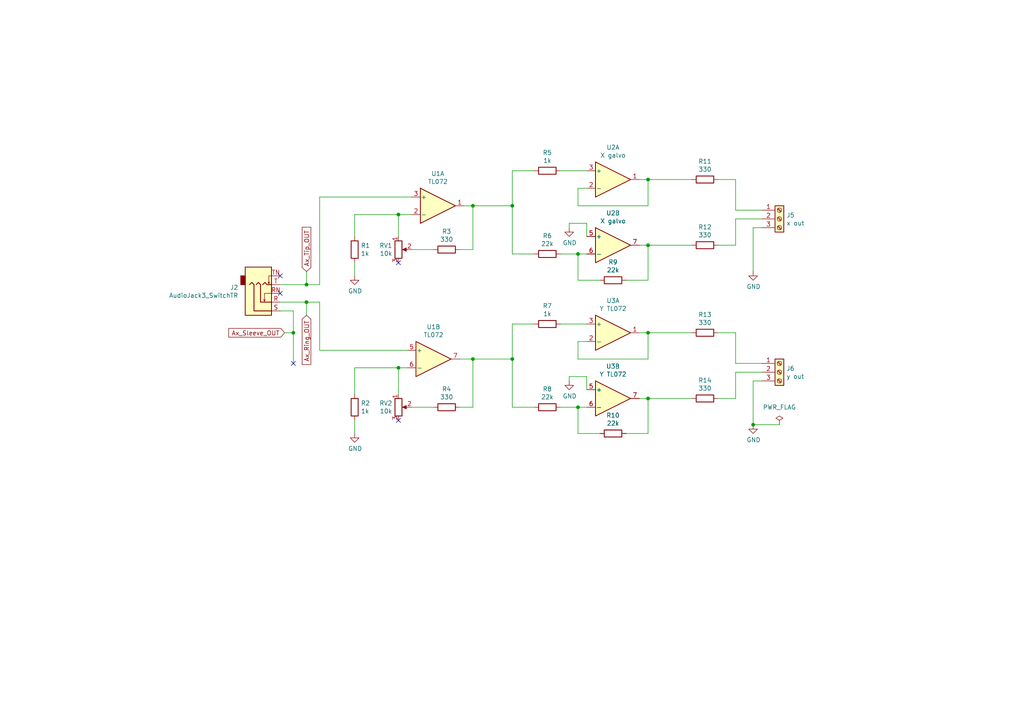
<source format=kicad_sch>
(kicad_sch (version 20231120) (generator "eeschema") (generator_version "8.0")
  (paper "A4")
  (title_block (title "TL072"))
  (lib_symbols
    (symbol "Amplifier_Operational:TL072" (pin_names (offset 0.127))
      (property "Reference" "U" (at 0 5.08 0))
      (property "Value" "TL072" (at 0 -5.08 0))
      (symbol "TL072_1_1"
        (polyline (pts (xy -5.08 5.08) (xy 5.08 0) (xy -5.08 -5.08) (xy -5.08 5.08)) (stroke (width 0.254)) (fill (type background)))
        (pin output line (at 7.62 0 180) (length 2.54) (name "~") (number "1"))
        (pin input line (at -7.62 -2.54 0) (length 2.54) (name "-") (number "2"))
        (pin input line (at -7.62 2.54 0) (length 2.54) (name "+") (number "3"))
      )
      (symbol "TL072_2_1"
        (polyline (pts (xy -5.08 5.08) (xy 5.08 0) (xy -5.08 -5.08) (xy -5.08 5.08)) (stroke (width 0.254)) (fill (type background)))
        (pin input line (at -7.62 2.54 0) (length 2.54) (name "+") (number "5"))
        (pin input line (at -7.62 -2.54 0) (length 2.54) (name "-") (number "6"))
        (pin output line (at 7.62 0 180) (length 2.54) (name "~") (number "7"))
      )
      (symbol "TL072_3_1"
        (pin power_in line (at -2.54 -7.62 90) (length 3.81) (name "V-") (number "4"))
        (pin power_in line (at -2.54 7.62 270) (length 3.81) (name "V+") (number "8"))
      )
    )
    (symbol "AxolotiLaser-rescue:AudioJack3_SwitchTR-Connector"
      (property "Reference" "J" (at 0 8.89 0))
      (property "Value" "Connector_AudioJack3_SwitchTR" (at 0 6.35 0))
      (symbol "AudioJack3_SwitchTR-Connector_0_1"
        (rectangle (start -5.08 -5.08) (end -6.35 -7.62) (stroke (width 0.254)) (fill (type outline)))
        (polyline (pts (xy 0.508 -0.254) (xy 0.762 -0.762)))
        (polyline (pts (xy 1.778 -5.334) (xy 2.032 -5.842)))
        (polyline (pts (xy 0 -5.08) (xy 0.635 -5.715) (xy 1.27 -5.08) (xy 2.54 -5.08)) (stroke (width 0.254)))
        (polyline (pts (xy 2.54 -7.62) (xy 1.778 -7.62) (xy 1.778 -5.334) (xy 1.524 -5.842)))
        (polyline (pts (xy 2.54 -2.54) (xy 0.508 -2.54) (xy 0.508 -0.254) (xy 0.254 -0.762)))
        (polyline (pts (xy -1.905 -5.08) (xy -1.27 -5.715) (xy -0.635 -5.08) (xy -0.635 0) (xy 2.54 0)) (stroke (width 0.254)))
        (polyline (pts (xy 2.54 2.54) (xy -2.54 2.54) (xy -2.54 -5.08) (xy -3.175 -5.715) (xy -3.81 -5.08)) (stroke (width 0.254)))
        (rectangle (start 2.54 3.81) (end -5.08 -10.16) (stroke (width 0.254)) (fill (type background)))
      )
      (symbol "AudioJack3_SwitchTR-Connector_1_1"
        (pin passive line (at 5.08 0 180) (length 2.54) (name "~") (number "R"))
        (pin passive line (at 5.08 -2.54 180) (length 2.54) (name "~") (number "RN"))
        (pin passive line (at 5.08 2.54 180) (length 2.54) (name "~") (number "S"))
        (pin passive line (at 5.08 -5.08 180) (length 2.54) (name "~") (number "T"))
        (pin passive line (at 5.08 -7.62 180) (length 2.54) (name "~") (number "TN"))
      )
    )
    (symbol "AxolotiLaser-rescue:GND-power" (power) (pin_names (offset 0))
      (property "Value" "power_GND" (at 0 -3.81 0))
      (symbol "GND-power_0_1"
        (polyline (pts (xy 0 0) (xy 0 -1.27) (xy 1.27 -1.27) (xy 0 -2.54) (xy -1.27 -1.27) (xy 0 -1.27)))
      )
      (symbol "GND-power_1_1"
        (pin power_in line (at 0 0 270) (length 0) hide (name "GND") (number "1"))
      )
    )
    (symbol "AxolotiLaser-rescue:R_POT-Device" (pin_names (offset 1.016) hide)
      (property "Reference" "RV" (at -4.445 0 90))
      (property "Value" "Device_R_POT" (at -2.54 0 90))
      (symbol "R_POT-Device_0_1"
        (polyline (pts (xy 2.54 0) (xy 1.524 0)))
        (polyline (pts (xy 1.143 0) (xy 2.286 0.508) (xy 2.286 -0.508) (xy 1.143 0)) (fill (type outline)))
        (rectangle (start 1.016 2.54) (end -1.016 -2.54) (stroke (width 0.254)))
      )
      (symbol "R_POT-Device_1_1"
        (pin passive line (at 0 3.81 270) (length 1.27) (name "1") (number "1"))
        (pin passive line (at 3.81 0 180) (length 1.27) (name "2") (number "2"))
        (pin passive line (at 0 -3.81 90) (length 1.27) (name "3") (number "3"))
      )
    )
    (symbol "Connector:Screw_Terminal_01x03" (pin_names (offset 1.016) hide)
      (property "Reference" "J" (at 0 5.08 0))
      (property "Value" "Screw_Terminal_01x03" (at 0 -5.08 0))
      (symbol "Screw_Terminal_01x03_1_1"
        (rectangle (start -1.27 3.81) (end 1.27 -3.81) (stroke (width 0.254)) (fill (type background)))
        (circle (center 0 -2.54) (radius 0.635) (stroke (width 0.1524)))
        (polyline (pts (xy -0.5334 -2.2098) (xy 0.3302 -3.048)) (stroke (width 0.1524)))
        (polyline (pts (xy -0.5334 0.3302) (xy 0.3302 -0.508)) (stroke (width 0.1524)))
        (polyline (pts (xy -0.5334 2.8702) (xy 0.3302 2.032)) (stroke (width 0.1524)))
        (polyline (pts (xy -0.3556 -2.032) (xy 0.508 -2.8702)) (stroke (width 0.1524)))
        (polyline (pts (xy -0.3556 0.508) (xy 0.508 -0.3302)) (stroke (width 0.1524)))
        (polyline (pts (xy -0.3556 3.048) (xy 0.508 2.2098)) (stroke (width 0.1524)))
        (circle (center 0 0) (radius 0.635) (stroke (width 0.1524)))
        (circle (center 0 2.54) (radius 0.635) (stroke (width 0.1524)))
        (pin passive line (at -5.08 2.54 0) (length 3.81) (name "Pin_1") (number "1"))
        (pin passive line (at -5.08 0 0) (length 3.81) (name "Pin_2") (number "2"))
        (pin passive line (at -5.08 -2.54 0) (length 3.81) (name "Pin_3") (number "3"))
      )
    )
    (symbol "Device:R" (pin_numbers hide) (pin_names (offset 0))
      (property "Reference" "R" (at 2.032 0 90))
      (property "Value" "R" (at 0 0 90))
      (symbol "R_0_1"
        (rectangle (start -1.016 -2.54) (end 1.016 2.54) (stroke (width 0.254)))
      )
      (symbol "R_1_1"
        (pin passive line (at 0 3.81 270) (length 1.27) (name "~") (number "1"))
        (pin passive line (at 0 -3.81 90) (length 1.27) (name "~") (number "2"))
      )
    )
    (symbol "power:PWR_FLAG" (power) (pin_numbers hide) (pin_names (offset 0) hide)
      (property "Value" "PWR_FLAG" (at 0 3.81 0))
      (symbol "PWR_FLAG_0_0"
        (pin power_out line (at 0 0 90) (length 0) (name "~") (number "1"))
      )
      (symbol "PWR_FLAG_0_1"
        (polyline (pts (xy 0 0) (xy 0 1.27) (xy -1.016 1.905) (xy 0 2.54) (xy 1.016 1.905) (xy 0 1.27)))
      )
    )
  )
  (junction (at 187.96 96.52))
  (junction (at 88.9 82.55))
  (junction (at 187.96 52.07))
  (junction (at 88.9 87.63))
  (junction (at 218.44 123.19))
  (junction (at 137.16 104.14))
  (junction (at 148.59 104.14))
  (junction (at 85.09 96.52))
  (junction (at 187.96 115.57))
  (junction (at 115.57 106.68))
  (junction (at 187.96 71.12))
  (junction (at 148.59 59.69))
  (junction (at 115.57 62.23))
  (junction (at 167.64 118.11))
  (junction (at 137.16 59.69))
  (junction (at 167.64 73.66))
  (no_connect (at 81.28 85.09))
  (no_connect (at 115.57 76.2))
  (no_connect (at 115.57 121.92))
  (no_connect (at 81.28 80.01))
  (no_connect (at 85.09 105.41))
  (wire (pts (xy 115.57 62.23) (xy 102.87 62.23)))
  (wire (pts (xy 81.28 90.17) (xy 85.09 90.17)))
  (wire (pts (xy 167.64 54.61) (xy 167.64 59.69)))
  (wire (pts (xy 137.16 59.69) (xy 137.16 72.39)))
  (wire (pts (xy 208.28 71.12) (xy 213.36 71.12)))
  (wire (pts (xy 167.64 118.11) (xy 170.18 118.11)))
  (wire (pts (xy 148.59 49.53) (xy 154.94 49.53)))
  (wire (pts (xy 187.96 71.12) (xy 200.66 71.12)))
  (wire (pts (xy 148.59 93.98) (xy 154.94 93.98)))
  (wire (pts (xy 167.64 99.06) (xy 167.64 104.14)))
  (wire (pts (xy 170.18 68.58) (xy 170.18 64.77)))
  (wire (pts (xy 137.16 59.69) (xy 134.62 59.69)))
  (wire (pts (xy 137.16 59.69) (xy 148.59 59.69)))
  (wire (pts (xy 213.36 105.41) (xy 220.98 105.41)))
  (wire (pts (xy 170.18 109.22) (xy 165.1 109.22)))
  (wire (pts (xy 165.1 64.77) (xy 165.1 66.04)))
  (wire (pts (xy 187.96 125.73) (xy 187.96 115.57)))
  (wire (pts (xy 85.09 90.17) (xy 85.09 96.52)))
  (wire (pts (xy 208.28 52.07) (xy 213.36 52.07)))
  (wire (pts (xy 88.9 82.55) (xy 92.71 82.55)))
  (wire (pts (xy 187.96 71.12) (xy 185.42 71.12)))
  (wire (pts (xy 102.87 76.2) (xy 102.87 80.01)))
  (wire (pts (xy 88.9 91.44) (xy 88.9 87.63)))
  (wire (pts (xy 181.61 81.28) (xy 187.96 81.28)))
  (wire (pts (xy 133.35 72.39) (xy 137.16 72.39)))
  (wire (pts (xy 115.57 62.23) (xy 119.38 62.23)))
  (wire (pts (xy 133.35 118.11) (xy 137.16 118.11)))
  (wire (pts (xy 213.36 71.12) (xy 213.36 63.5)))
  (wire (pts (xy 102.87 121.92) (xy 102.87 125.73)))
  (wire (pts (xy 162.56 118.11) (xy 167.64 118.11)))
  (wire (pts (xy 162.56 49.53) (xy 170.18 49.53)))
  (wire (pts (xy 187.96 96.52) (xy 200.66 96.52)))
  (wire (pts (xy 187.96 81.28) (xy 187.96 71.12)))
  (wire (pts (xy 82.55 96.52) (xy 85.09 96.52)))
  (wire (pts (xy 92.71 57.15) (xy 119.38 57.15)))
  (wire (pts (xy 218.44 66.04) (xy 218.44 78.74)))
  (wire (pts (xy 208.28 115.57) (xy 213.36 115.57)))
  (wire (pts (xy 118.11 106.68) (xy 115.57 106.68)))
  (wire (pts (xy 115.57 106.68) (xy 102.87 106.68)))
  (wire (pts (xy 167.64 73.66) (xy 167.64 81.28)))
  (wire (pts (xy 213.36 96.52) (xy 213.36 105.41)))
  (wire (pts (xy 92.71 101.6) (xy 118.11 101.6)))
  (wire (pts (xy 81.28 87.63) (xy 88.9 87.63)))
  (wire (pts (xy 167.64 104.14) (xy 187.96 104.14)))
  (wire (pts (xy 167.64 125.73) (xy 173.99 125.73)))
  (wire (pts (xy 185.42 96.52) (xy 187.96 96.52)))
  (wire (pts (xy 170.18 99.06) (xy 167.64 99.06)))
  (wire (pts (xy 148.59 59.69) (xy 148.59 49.53)))
  (wire (pts (xy 88.9 87.63) (xy 92.71 87.63)))
  (wire (pts (xy 115.57 62.23) (xy 115.57 68.58)))
  (wire (pts (xy 213.36 60.96) (xy 220.98 60.96)))
  (wire (pts (xy 187.96 59.69) (xy 187.96 52.07)))
  (wire (pts (xy 187.96 115.57) (xy 185.42 115.57)))
  (wire (pts (xy 137.16 118.11) (xy 137.16 104.14)))
  (wire (pts (xy 81.28 82.55) (xy 88.9 82.55)))
  (wire (pts (xy 213.36 63.5) (xy 220.98 63.5)))
  (wire (pts (xy 226.06 123.19) (xy 218.44 123.19)))
  (wire (pts (xy 102.87 106.68) (xy 102.87 114.3)))
  (wire (pts (xy 220.98 110.49) (xy 218.44 110.49)))
  (wire (pts (xy 181.61 125.73) (xy 187.96 125.73)))
  (wire (pts (xy 148.59 73.66) (xy 154.94 73.66)))
  (wire (pts (xy 187.96 52.07) (xy 200.66 52.07)))
  (wire (pts (xy 92.71 82.55) (xy 92.71 57.15)))
  (wire (pts (xy 167.64 118.11) (xy 167.64 125.73)))
  (wire (pts (xy 218.44 110.49) (xy 218.44 123.19)))
  (wire (pts (xy 102.87 62.23) (xy 102.87 68.58)))
  (wire (pts (xy 170.18 113.03) (xy 170.18 109.22)))
  (wire (pts (xy 213.36 52.07) (xy 213.36 60.96)))
  (wire (pts (xy 170.18 54.61) (xy 167.64 54.61)))
  (wire (pts (xy 115.57 114.3) (xy 115.57 106.68)))
  (wire (pts (xy 220.98 66.04) (xy 218.44 66.04)))
  (wire (pts (xy 167.64 81.28) (xy 173.99 81.28)))
  (wire (pts (xy 185.42 52.07) (xy 187.96 52.07)))
  (wire (pts (xy 88.9 78.74) (xy 88.9 82.55)))
  (wire (pts (xy 170.18 64.77) (xy 165.1 64.77)))
  (wire (pts (xy 162.56 93.98) (xy 170.18 93.98)))
  (wire (pts (xy 187.96 104.14) (xy 187.96 96.52)))
  (wire (pts (xy 125.73 118.11) (xy 119.38 118.11)))
  (wire (pts (xy 162.56 73.66) (xy 167.64 73.66)))
  (wire (pts (xy 165.1 109.22) (xy 165.1 110.49)))
  (wire (pts (xy 167.64 73.66) (xy 170.18 73.66)))
  (wire (pts (xy 133.35 104.14) (xy 137.16 104.14)))
  (wire (pts (xy 92.71 87.63) (xy 92.71 101.6)))
  (wire (pts (xy 208.28 96.52) (xy 213.36 96.52)))
  (wire (pts (xy 148.59 59.69) (xy 148.59 73.66)))
  (wire (pts (xy 148.59 104.14) (xy 148.59 118.11)))
  (wire (pts (xy 187.96 115.57) (xy 200.66 115.57)))
  (wire (pts (xy 167.64 59.69) (xy 187.96 59.69)))
  (wire (pts (xy 125.73 72.39) (xy 119.38 72.39)))
  (wire (pts (xy 137.16 104.14) (xy 148.59 104.14)))
  (wire (pts (xy 148.59 118.11) (xy 154.94 118.11)))
  (wire (pts (xy 85.09 96.52) (xy 85.09 105.41)))
  (wire (pts (xy 213.36 107.95) (xy 220.98 107.95)))
  (wire (pts (xy 213.36 115.57) (xy 213.36 107.95)))
  (wire (pts (xy 148.59 104.14) (xy 148.59 93.98)))
  (global_label "Ax_Tip_OUT" (shape input) (at 88.9 78.74 90) (property "Intersheetrefs" "${INTERSHEET_REFS}" (effects (hide yes))))
  (global_label "Ax_Ring_OUT" (shape input) (at 88.9 91.44 270) (property "Intersheetrefs" "${INTERSHEET_REFS}" (effects (hide yes))))
  (global_label "Ax_Sleeve_OUT" (shape input) (at 82.55 96.52 180) (property "Intersheetrefs" "${INTERSHEET_REFS}" (effects (hide yes))))
  (symbol (lib_id "Device:R") (at 204.47 96.52 270) (unit 1)
    (property "Reference" "R13" (at 204.47 91.2622 90))
    (property "Value" "330" (at 204.47 93.5736 90))
    (property "Footprint" "Resistor_SMD:R_0603_1608Metric" (effects (hide yes)))
  )
  (symbol (lib_id "AxolotiLaser-rescue:GND-power") (at 218.44 78.74 0) (unit 1)
    (property "Reference" "#PWR010" (effects (hide yes)))
    (property "Value" "GND" (at 218.567 83.1342 0))
  )
  (symbol (lib_id "Amplifier_Operational:TL072") (at 177.8 115.57 0) (unit 2)
    (property "Reference" "U3" (at 177.8 106.2482 0))
    (property "Value" "Y TL072" (at 177.8 108.5596 0))
    (property "Footprint" "Package_SO:SOIC-8_3.9x4.9mm_P1.27mm" (effects (hide yes)))
    (property "Datasheet" "http://www.ti.com/lit/ds/symlink/tl071.pdf" (effects (hide yes)))
  )
  (symbol (lib_id "Connector:Screw_Terminal_01x03") (at 226.06 63.5 0) (unit 1)
    (property "Reference" "J5" (at 228.092 62.4332 0) (effects (justify left)))
    (property "Value" "x out" (at 228.092 64.7446 0) (effects (justify left)))
    (property "Footprint" "Connector_Molex:Molex_KK-254_AE-6410-03A_1x03_P2.54mm_Vertical" (effects (hide yes)))
  )
  (symbol (lib_id "AxolotiLaser-rescue:GND-power") (at 102.87 125.73 0) (unit 1)
    (property "Reference" "#PWR07" (effects (hide yes)))
    (property "Value" "GND" (at 102.997 130.1242 0))
  )
  (symbol (lib_id "Amplifier_Operational:TL072") (at 177.8 71.12 0) (unit 2)
    (property "Reference" "U2" (at 177.8 61.7982 0))
    (property "Value" "X galvo" (at 177.8 64.1096 0))
    (property "Footprint" "Package_SO:SOIC-8_3.9x4.9mm_P1.27mm" (effects (hide yes)))
    (property "Datasheet" "http://www.ti.com/lit/ds/symlink/tl071.pdf" (effects (hide yes)))
  )
  (symbol (lib_id "Device:R") (at 158.75 118.11 270) (unit 1)
    (property "Reference" "R8" (at 158.75 112.8522 90))
    (property "Value" "22k" (at 158.75 115.1636 90))
    (property "Footprint" "Resistor_SMD:R_0603_1608Metric" (effects (hide yes)))
  )
  (symbol (lib_id "Device:R") (at 158.75 73.66 270) (unit 1)
    (property "Reference" "R6" (at 158.75 68.4022 90))
    (property "Value" "22k" (at 158.75 70.7136 90))
    (property "Footprint" "Resistor_SMD:R_0603_1608Metric" (effects (hide yes)))
  )
  (symbol (lib_id "Amplifier_Operational:TL072") (at 127 59.69 0) (unit 1)
    (property "Reference" "U1" (at 127 50.3682 0))
    (property "Value" "TL072" (at 127 52.6796 0))
    (property "Footprint" "Package_SO:SOIC-8_3.9x4.9mm_P1.27mm" (effects (hide yes)))
    (property "Datasheet" "http://www.ti.com/lit/ds/symlink/tl071.pdf" (effects (hide yes)))
  )
  (symbol (lib_id "Device:R") (at 102.87 118.11 180) (unit 1)
    (property "Reference" "R2" (at 104.648 116.9416 0) (effects (justify right)))
    (property "Value" "1k" (at 104.648 119.253 0) (effects (justify right)))
    (property "Footprint" "Resistor_SMD:R_0603_1608Metric" (effects (hide yes)))
  )
  (symbol (lib_id "power:PWR_FLAG") (at 226.06 123.19 0) (unit 1)
    (property "Reference" "#FLG03" (effects (hide yes)))
    (property "Value" "PWR_FLAG" (at 226.06 118.11 0))
    (property "Description" "Special symbol for telling ERC where power comes from" (effects (hide yes)))
  )
  (symbol (lib_id "Device:R") (at 177.8 81.28 270) (unit 1)
    (property "Reference" "R9" (at 177.8 76.0222 90))
    (property "Value" "22k" (at 177.8 78.3336 90))
    (property "Footprint" "Resistor_SMD:R_0603_1608Metric" (effects (hide yes)))
  )
  (symbol (lib_id "Device:R") (at 177.8 125.73 270) (unit 1)
    (property "Reference" "R10" (at 177.8 120.4722 90))
    (property "Value" "22k" (at 177.8 122.7836 90))
    (property "Footprint" "Resistor_SMD:R_0603_1608Metric" (effects (hide yes)))
  )
  (symbol (lib_id "AxolotiLaser-rescue:AudioJack3_SwitchTR-Connector") (at 76.2 87.63 0) (mirror x) (unit 1)
    (property "Reference" "J2" (at 69.1134 83.3882 0) (effects (justify right)))
    (property "Value" "AudioJack3_SwitchTR" (at 69.1134 85.6996 0) (effects (justify right)))
    (property "Footprint" "Connector_Audio:Jack_3.5mm_CUI_SJ1-3523N_Horizontal" (effects (hide yes)))
  )
  (symbol (lib_id "Device:R") (at 204.47 71.12 270) (unit 1)
    (property "Reference" "R12" (at 204.47 65.8622 90))
    (property "Value" "330" (at 204.47 68.1736 90))
    (property "Footprint" "Resistor_SMD:R_0603_1608Metric" (effects (hide yes)))
  )
  (symbol (lib_id "Device:R") (at 129.54 72.39 270) (unit 1)
    (property "Reference" "R3" (at 129.54 67.1322 90))
    (property "Value" "330" (at 129.54 69.4436 90))
    (property "Footprint" "Resistor_SMD:R_0603_1608Metric" (effects (hide yes)))
  )
  (symbol (lib_id "Device:R") (at 204.47 115.57 270) (unit 1)
    (property "Reference" "R14" (at 204.47 110.3122 90))
    (property "Value" "330" (at 204.47 112.6236 90))
    (property "Footprint" "Resistor_SMD:R_0603_1608Metric" (effects (hide yes)))
  )
  (symbol (lib_id "AxolotiLaser-rescue:GND-power") (at 102.87 80.01 0) (unit 1)
    (property "Reference" "#PWR06" (effects (hide yes)))
    (property "Value" "GND" (at 102.997 84.4042 0))
  )
  (symbol (lib_id "Device:R") (at 158.75 93.98 270) (unit 1)
    (property "Reference" "R7" (at 158.75 88.7222 90))
    (property "Value" "1k" (at 158.75 91.0336 90))
    (property "Footprint" "Resistor_SMD:R_0603_1608Metric" (effects (hide yes)))
  )
  (symbol (lib_id "AxolotiLaser-rescue:GND-power") (at 218.44 123.19 0) (unit 1)
    (property "Reference" "#PWR011" (effects (hide yes)))
    (property "Value" "GND" (at 218.567 127.5842 0))
  )
  (symbol (lib_id "Connector:Screw_Terminal_01x03") (at 226.06 107.95 0) (unit 1)
    (property "Reference" "J6" (at 228.092 106.8832 0) (effects (justify left)))
    (property "Value" "y out" (at 228.092 109.1946 0) (effects (justify left)))
    (property "Footprint" "Connector_Molex:Molex_KK-254_AE-6410-03A_1x03_P2.54mm_Vertical" (effects (hide yes)))
  )
  (symbol (lib_id "AxolotiLaser-rescue:GND-power") (at 165.1 66.04 0) (unit 1)
    (property "Reference" "#PWR08" (effects (hide yes)))
    (property "Value" "GND" (at 165.227 70.4342 0))
  )
  (symbol (lib_id "Amplifier_Operational:TL072") (at 125.73 104.14 0) (unit 2)
    (property "Reference" "U1" (at 125.73 94.8182 0))
    (property "Value" "TL072" (at 125.73 97.1296 0))
    (property "Footprint" "Package_SO:SOIC-8_3.9x4.9mm_P1.27mm" (effects (hide yes)))
    (property "Datasheet" "http://www.ti.com/lit/ds/symlink/tl071.pdf" (effects (hide yes)))
  )
  (symbol (lib_id "Amplifier_Operational:TL072") (at 177.8 96.52 0) (unit 1)
    (property "Reference" "U3" (at 177.8 87.1982 0))
    (property "Value" "Y TL072" (at 177.8 89.5096 0))
    (property "Footprint" "Package_SO:SOIC-8_3.9x4.9mm_P1.27mm" (effects (hide yes)))
    (property "Datasheet" "http://www.ti.com/lit/ds/symlink/tl071.pdf" (effects (hide yes)))
  )
  (symbol (lib_id "Device:R") (at 204.47 52.07 270) (unit 1)
    (property "Reference" "R11" (at 204.47 46.8122 90))
    (property "Value" "330" (at 204.47 49.1236 90))
    (property "Footprint" "Resistor_SMD:R_0603_1608Metric" (effects (hide yes)))
  )
  (symbol (lib_id "Device:R") (at 102.87 72.39 180) (unit 1)
    (property "Reference" "R1" (at 104.648 71.2216 0) (effects (justify right)))
    (property "Value" "1k" (at 104.648 73.533 0) (effects (justify right)))
    (property "Footprint" "Resistor_SMD:R_0603_1608Metric" (effects (hide yes)))
  )
  (symbol (lib_id "AxolotiLaser-rescue:R_POT-Device") (at 115.57 72.39 0) (unit 1)
    (property "Reference" "RV1" (at 113.792 71.2216 0) (effects (justify right)))
    (property "Value" "10k" (at 113.792 73.533 0) (effects (justify right)))
    (property "Footprint" "Potentiometer_THT:Potentiometer_Bourns_3296X_Horizontal" (effects (hide yes)))
  )
  (symbol (lib_id "Device:R") (at 158.75 49.53 270) (unit 1)
    (property "Reference" "R5" (at 158.75 44.2722 90))
    (property "Value" "1k" (at 158.75 46.5836 90))
    (property "Footprint" "Resistor_SMD:R_0603_1608Metric" (effects (hide yes)))
  )
  (symbol (lib_id "Device:R") (at 129.54 118.11 270) (unit 1)
    (property "Reference" "R4" (at 129.54 112.8522 90))
    (property "Value" "330" (at 129.54 115.1636 90))
    (property "Footprint" "Resistor_SMD:R_0603_1608Metric" (effects (hide yes)))
  )
  (symbol (lib_id "AxolotiLaser-rescue:GND-power") (at 165.1 110.49 0) (unit 1)
    (property "Reference" "#PWR09" (effects (hide yes)))
    (property "Value" "GND" (at 165.227 114.8842 0))
  )
  (symbol (lib_id "AxolotiLaser-rescue:R_POT-Device") (at 115.57 118.11 0) (unit 1)
    (property "Reference" "RV2" (at 113.792 116.9416 0) (effects (justify right)))
    (property "Value" "10k" (at 113.792 119.253 0) (effects (justify right)))
    (property "Footprint" "Potentiometer_THT:Potentiometer_Bourns_3296X_Horizontal" (effects (hide yes)))
  )
  (symbol (lib_id "Amplifier_Operational:TL072") (at 177.8 52.07 0) (unit 1)
    (property "Reference" "U2" (at 177.8 42.7482 0))
    (property "Value" "X galvo" (at 177.8 45.0596 0))
    (property "Footprint" "Package_SO:SOIC-8_3.9x4.9mm_P1.27mm" (effects (hide yes)))
    (property "Datasheet" "http://www.ti.com/lit/ds/symlink/tl071.pdf" (effects (hide yes)))
  )
)
</source>
